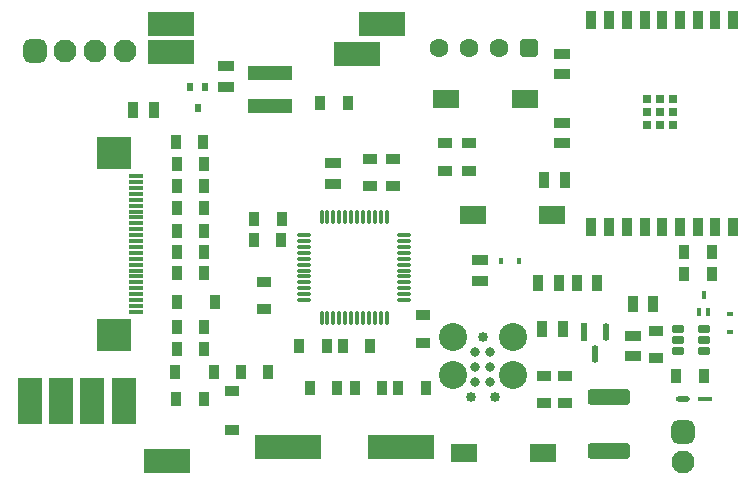
<source format=gbr>
%TF.GenerationSoftware,Altium Limited,Altium Designer,23.6.0 (18)*%
G04 Layer_Color=255*
%FSLAX43Y43*%
%MOMM*%
%TF.SameCoordinates,6C6526E1-C053-4265-BDC0-CB623CBAD704*%
%TF.FilePolarity,Positive*%
%TF.FileFunction,Pads,Bot*%
%TF.Part,Single*%
G01*
G75*
%TA.AperFunction,SMDPad,CuDef*%
%ADD10R,4.000X2.100*%
%ADD11R,2.100X4.000*%
%TA.AperFunction,ComponentPad*%
G04:AMPARAMS|DCode=15|XSize=1.95mm|YSize=1.95mm|CornerRadius=0.488mm|HoleSize=0mm|Usage=FLASHONLY|Rotation=270.000|XOffset=0mm|YOffset=0mm|HoleType=Round|Shape=RoundedRectangle|*
%AMROUNDEDRECTD15*
21,1,1.950,0.975,0,0,270.0*
21,1,0.975,1.950,0,0,270.0*
1,1,0.975,-0.488,-0.488*
1,1,0.975,-0.488,0.488*
1,1,0.975,0.488,0.488*
1,1,0.975,0.488,-0.488*
%
%ADD15ROUNDEDRECTD15*%
%ADD16C,1.950*%
%ADD17C,0.850*%
%ADD18C,2.375*%
G04:AMPARAMS|DCode=19|XSize=1.95mm|YSize=1.95mm|CornerRadius=0.488mm|HoleSize=0mm|Usage=FLASHONLY|Rotation=0.000|XOffset=0mm|YOffset=0mm|HoleType=Round|Shape=RoundedRectangle|*
%AMROUNDEDRECTD19*
21,1,1.950,0.975,0,0,0.0*
21,1,0.975,1.950,0,0,0.0*
1,1,0.975,0.488,-0.488*
1,1,0.975,-0.488,-0.488*
1,1,0.975,-0.488,0.488*
1,1,0.975,0.488,0.488*
%
%ADD19ROUNDEDRECTD19*%
%ADD20C,1.600*%
G04:AMPARAMS|DCode=21|XSize=1.6mm|YSize=1.6mm|CornerRadius=0.4mm|HoleSize=0mm|Usage=FLASHONLY|Rotation=180.000|XOffset=0mm|YOffset=0mm|HoleType=Round|Shape=RoundedRectangle|*
%AMROUNDEDRECTD21*
21,1,1.600,0.800,0,0,180.0*
21,1,0.800,1.600,0,0,180.0*
1,1,0.800,-0.400,0.400*
1,1,0.800,0.400,0.400*
1,1,0.800,0.400,-0.400*
1,1,0.800,-0.400,-0.400*
%
%ADD21ROUNDEDRECTD21*%
%TA.AperFunction,SMDPad,CuDef*%
G04:AMPARAMS|DCode=24|XSize=1.524mm|YSize=0.578mm|CornerRadius=0.289mm|HoleSize=0mm|Usage=FLASHONLY|Rotation=270.000|XOffset=0mm|YOffset=0mm|HoleType=Round|Shape=RoundedRectangle|*
%AMROUNDEDRECTD24*
21,1,1.524,0.000,0,0,270.0*
21,1,0.946,0.578,0,0,270.0*
1,1,0.578,0.000,-0.473*
1,1,0.578,0.000,0.473*
1,1,0.578,0.000,0.473*
1,1,0.578,0.000,-0.473*
%
%ADD24ROUNDEDRECTD24*%
%ADD25R,0.578X1.524*%
%ADD26R,2.300X1.500*%
%ADD27R,3.000X2.700*%
%ADD28R,1.200X0.300*%
G04:AMPARAMS|DCode=29|XSize=1.194mm|YSize=0.305mm|CornerRadius=0.076mm|HoleSize=0mm|Usage=FLASHONLY|Rotation=90.000|XOffset=0mm|YOffset=0mm|HoleType=Round|Shape=RoundedRectangle|*
%AMROUNDEDRECTD29*
21,1,1.194,0.152,0,0,90.0*
21,1,1.041,0.305,0,0,90.0*
1,1,0.152,0.076,0.521*
1,1,0.152,0.076,-0.521*
1,1,0.152,-0.076,-0.521*
1,1,0.152,-0.076,0.521*
%
%ADD29ROUNDEDRECTD29*%
G04:AMPARAMS|DCode=30|XSize=1.194mm|YSize=0.305mm|CornerRadius=0.076mm|HoleSize=0mm|Usage=FLASHONLY|Rotation=0.000|XOffset=0mm|YOffset=0mm|HoleType=Round|Shape=RoundedRectangle|*
%AMROUNDEDRECTD30*
21,1,1.194,0.152,0,0,0.0*
21,1,1.041,0.305,0,0,0.0*
1,1,0.152,0.521,-0.076*
1,1,0.152,-0.521,-0.076*
1,1,0.152,-0.521,0.076*
1,1,0.152,0.521,0.076*
%
%ADD30ROUNDEDRECTD30*%
%TA.AperFunction,ConnectorPad*%
%ADD31R,0.900X1.500*%
%TA.AperFunction,BGAPad,CuDef*%
%ADD32R,0.700X0.700*%
%TA.AperFunction,SMDPad,CuDef*%
%ADD33R,0.900X1.300*%
G04:AMPARAMS|DCode=34|XSize=0.4mm|YSize=0.65mm|CornerRadius=0.1mm|HoleSize=0mm|Usage=FLASHONLY|Rotation=0.000|XOffset=0mm|YOffset=0mm|HoleType=Round|Shape=RoundedRectangle|*
%AMROUNDEDRECTD34*
21,1,0.400,0.450,0,0,0.0*
21,1,0.200,0.650,0,0,0.0*
1,1,0.200,0.100,-0.225*
1,1,0.200,-0.100,-0.225*
1,1,0.200,-0.100,0.225*
1,1,0.200,0.100,0.225*
%
%ADD34ROUNDEDRECTD34*%
%TA.AperFunction,BGAPad,CuDef*%
%ADD35C,0.800*%
%TA.AperFunction,SMDPad,CuDef*%
%ADD36R,1.360X0.950*%
%ADD37R,5.600X2.100*%
%ADD38R,0.950X1.360*%
%ADD39R,3.700X1.200*%
G04:AMPARAMS|DCode=40|XSize=1mm|YSize=0.7mm|CornerRadius=0.14mm|HoleSize=0mm|Usage=FLASHONLY|Rotation=180.000|XOffset=0mm|YOffset=0mm|HoleType=Round|Shape=RoundedRectangle|*
%AMROUNDEDRECTD40*
21,1,1.000,0.420,0,0,180.0*
21,1,0.720,0.700,0,0,180.0*
1,1,0.280,-0.360,0.210*
1,1,0.280,0.360,0.210*
1,1,0.280,0.360,-0.210*
1,1,0.280,-0.360,-0.210*
%
%ADD40ROUNDEDRECTD40*%
%ADD41R,1.205X0.436*%
G04:AMPARAMS|DCode=42|XSize=1.205mm|YSize=0.436mm|CornerRadius=0.218mm|HoleSize=0mm|Usage=FLASHONLY|Rotation=180.000|XOffset=0mm|YOffset=0mm|HoleType=Round|Shape=RoundedRectangle|*
%AMROUNDEDRECTD42*
21,1,1.205,0.000,0,0,180.0*
21,1,0.769,0.436,0,0,180.0*
1,1,0.436,-0.385,0.000*
1,1,0.436,0.385,0.000*
1,1,0.436,0.385,0.000*
1,1,0.436,-0.385,0.000*
%
%ADD42ROUNDEDRECTD42*%
%ADD43R,1.300X0.900*%
%ADD44R,0.910X1.220*%
%ADD45R,0.559X0.648*%
G04:AMPARAMS|DCode=46|XSize=0.4mm|YSize=0.5mm|CornerRadius=0.1mm|HoleSize=0mm|Usage=FLASHONLY|Rotation=0.000|XOffset=0mm|YOffset=0mm|HoleType=Round|Shape=RoundedRectangle|*
%AMROUNDEDRECTD46*
21,1,0.400,0.300,0,0,0.0*
21,1,0.200,0.500,0,0,0.0*
1,1,0.200,0.100,-0.150*
1,1,0.200,-0.100,-0.150*
1,1,0.200,-0.100,0.150*
1,1,0.200,0.100,0.150*
%
%ADD46ROUNDEDRECTD46*%
G04:AMPARAMS|DCode=47|XSize=0.4mm|YSize=0.5mm|CornerRadius=0.1mm|HoleSize=0mm|Usage=FLASHONLY|Rotation=270.000|XOffset=0mm|YOffset=0mm|HoleType=Round|Shape=RoundedRectangle|*
%AMROUNDEDRECTD47*
21,1,0.400,0.300,0,0,270.0*
21,1,0.200,0.500,0,0,270.0*
1,1,0.200,-0.150,-0.100*
1,1,0.200,-0.150,0.100*
1,1,0.200,0.150,0.100*
1,1,0.200,0.150,-0.100*
%
%ADD47ROUNDEDRECTD47*%
%ADD48R,1.220X0.910*%
G04:AMPARAMS|DCode=49|XSize=1.295mm|YSize=3.607mm|CornerRadius=0.259mm|HoleSize=0mm|Usage=FLASHONLY|Rotation=90.000|XOffset=0mm|YOffset=0mm|HoleType=Round|Shape=RoundedRectangle|*
%AMROUNDEDRECTD49*
21,1,1.295,3.089,0,0,90.0*
21,1,0.777,3.607,0,0,90.0*
1,1,0.518,1.544,0.389*
1,1,0.518,1.544,-0.389*
1,1,0.518,-1.544,-0.389*
1,1,0.518,-1.544,0.389*
%
%ADD49ROUNDEDRECTD49*%
D10*
X13500Y39243D02*
D03*
X29250Y39102D02*
D03*
X13500Y41656D02*
D03*
X13175Y4625D02*
D03*
X31378Y41656D02*
D03*
D11*
X1600Y9700D02*
D03*
X6800D02*
D03*
X4200D02*
D03*
X9500Y9739D02*
D03*
D15*
X56850Y7090D02*
D03*
D16*
Y4550D02*
D03*
X9595Y39300D02*
D03*
X4515D02*
D03*
X7055D02*
D03*
D17*
X40894Y10033D02*
D03*
X38862D02*
D03*
X39878Y15113D02*
D03*
D18*
X37338D02*
D03*
Y11938D02*
D03*
X42418D02*
D03*
Y15113D02*
D03*
D19*
X1975Y39300D02*
D03*
D20*
X41245Y39625D02*
D03*
X38705D02*
D03*
X36165D02*
D03*
D21*
X43785D02*
D03*
D24*
X49403Y13695D02*
D03*
X50353Y15515D02*
D03*
D25*
X48453D02*
D03*
D26*
X45006Y5334D02*
D03*
X38306D02*
D03*
X36774Y35260D02*
D03*
X43474D02*
D03*
X39068Y25453D02*
D03*
X45768D02*
D03*
D27*
X8700Y15320D02*
D03*
Y30680D02*
D03*
D28*
X10560Y18750D02*
D03*
Y19250D02*
D03*
Y20750D02*
D03*
Y21250D02*
D03*
Y22750D02*
D03*
Y23250D02*
D03*
Y24750D02*
D03*
Y25250D02*
D03*
Y25750D02*
D03*
Y26250D02*
D03*
Y28750D02*
D03*
Y28250D02*
D03*
Y27750D02*
D03*
Y27250D02*
D03*
Y26750D02*
D03*
Y24250D02*
D03*
Y23750D02*
D03*
Y22250D02*
D03*
Y21750D02*
D03*
Y20250D02*
D03*
Y19750D02*
D03*
Y18250D02*
D03*
Y17750D02*
D03*
Y17250D02*
D03*
D29*
X26250Y16750D02*
D03*
X31750D02*
D03*
X31250D02*
D03*
X30750D02*
D03*
X30250D02*
D03*
X29750D02*
D03*
X29250D02*
D03*
X28750D02*
D03*
X28250D02*
D03*
X27750D02*
D03*
X27250D02*
D03*
X26750D02*
D03*
X26250Y25250D02*
D03*
X26750D02*
D03*
X27250D02*
D03*
X27750D02*
D03*
X28250D02*
D03*
X28750D02*
D03*
X29250D02*
D03*
X29750D02*
D03*
X30250D02*
D03*
X30750D02*
D03*
X31250D02*
D03*
X31750D02*
D03*
D30*
X24750Y18750D02*
D03*
X33250Y21250D02*
D03*
Y20750D02*
D03*
X24750Y18250D02*
D03*
Y19250D02*
D03*
Y19750D02*
D03*
Y20250D02*
D03*
Y20750D02*
D03*
Y21250D02*
D03*
Y21750D02*
D03*
Y22250D02*
D03*
Y22750D02*
D03*
Y23250D02*
D03*
Y23750D02*
D03*
X33250D02*
D03*
Y23250D02*
D03*
Y22750D02*
D03*
Y22250D02*
D03*
Y21750D02*
D03*
Y20250D02*
D03*
Y19750D02*
D03*
Y19250D02*
D03*
Y18750D02*
D03*
Y18250D02*
D03*
D31*
X55100Y24450D02*
D03*
X53600D02*
D03*
X61100D02*
D03*
X59600D02*
D03*
X58100D02*
D03*
X56600D02*
D03*
X52100D02*
D03*
X50600D02*
D03*
X49100D02*
D03*
Y41950D02*
D03*
X50600D02*
D03*
X52100D02*
D03*
X53600D02*
D03*
X55100D02*
D03*
X56600D02*
D03*
X58100D02*
D03*
X59600D02*
D03*
X61100D02*
D03*
D32*
X54900Y34160D02*
D03*
Y35260D02*
D03*
Y33060D02*
D03*
X56000D02*
D03*
Y34160D02*
D03*
Y35260D02*
D03*
X53800D02*
D03*
Y34160D02*
D03*
Y33060D02*
D03*
D33*
X14002Y22284D02*
D03*
X16302D02*
D03*
X20550Y23301D02*
D03*
X22850D02*
D03*
X13990Y24112D02*
D03*
X16289D02*
D03*
X20567Y25137D02*
D03*
X22867D02*
D03*
X58591Y11825D02*
D03*
X56291D02*
D03*
X31340Y10795D02*
D03*
X29040D02*
D03*
X16289Y26012D02*
D03*
X13990D02*
D03*
X56971Y22309D02*
D03*
X59271D02*
D03*
X56971Y20421D02*
D03*
X59271D02*
D03*
X13990Y15999D02*
D03*
X16289D02*
D03*
X13990Y14099D02*
D03*
X16289D02*
D03*
X28450Y34950D02*
D03*
X26150D02*
D03*
X13963Y9890D02*
D03*
X16263D02*
D03*
X24375Y14350D02*
D03*
X26675D02*
D03*
X30381D02*
D03*
X28081D02*
D03*
X25266Y10795D02*
D03*
X27566D02*
D03*
X16316Y20525D02*
D03*
X14016D02*
D03*
X13990Y27912D02*
D03*
X16289D02*
D03*
X21717Y12153D02*
D03*
X19417D02*
D03*
X32759Y10795D02*
D03*
X35059D02*
D03*
X13976Y29750D02*
D03*
X16275D02*
D03*
X13953Y31627D02*
D03*
X16253D02*
D03*
D34*
X58591Y18721D02*
D03*
X58191Y17271D02*
D03*
X58991D02*
D03*
D35*
X39243Y11303D02*
D03*
X40513Y13843D02*
D03*
X39243D02*
D03*
X40513Y12573D02*
D03*
Y11303D02*
D03*
X39243Y12573D02*
D03*
D36*
X52578Y15226D02*
D03*
Y13476D02*
D03*
X18150Y36325D02*
D03*
Y38075D02*
D03*
X46581Y33260D02*
D03*
Y31510D02*
D03*
Y37352D02*
D03*
Y39102D02*
D03*
X27250Y28073D02*
D03*
Y29823D02*
D03*
X39624Y21625D02*
D03*
Y19875D02*
D03*
D37*
X23440Y5842D02*
D03*
X32940D02*
D03*
D38*
X46849Y28448D02*
D03*
X45099D02*
D03*
X12075Y34350D02*
D03*
X10325D02*
D03*
X46341Y19667D02*
D03*
X44591D02*
D03*
X46681Y15809D02*
D03*
X44931D02*
D03*
X54339Y17890D02*
D03*
X52589D02*
D03*
X49594Y19667D02*
D03*
X47844D02*
D03*
D39*
X21844Y37468D02*
D03*
Y34668D02*
D03*
D40*
X56392Y15809D02*
D03*
Y14859D02*
D03*
Y13909D02*
D03*
X58591D02*
D03*
Y14859D02*
D03*
Y15809D02*
D03*
D41*
X58685Y9868D02*
D03*
D42*
X56885D02*
D03*
D43*
X54591Y15657D02*
D03*
Y13357D02*
D03*
X38742Y29217D02*
D03*
Y31517D02*
D03*
X36703Y29217D02*
D03*
Y31517D02*
D03*
X32258Y30233D02*
D03*
Y27933D02*
D03*
X30317Y30233D02*
D03*
Y27933D02*
D03*
X34798Y14659D02*
D03*
Y16959D02*
D03*
X21336Y17519D02*
D03*
Y19819D02*
D03*
X45071Y9525D02*
D03*
Y11825D02*
D03*
X46884Y9528D02*
D03*
Y11828D02*
D03*
D44*
X13998Y18122D02*
D03*
X17268D02*
D03*
X13859Y12153D02*
D03*
X17129D02*
D03*
D45*
X16372Y36271D02*
D03*
X15127D02*
D03*
X15750Y34479D02*
D03*
D46*
X41464Y21590D02*
D03*
X42964D02*
D03*
D47*
X60833Y17083D02*
D03*
Y15583D02*
D03*
D48*
X18669Y10525D02*
D03*
Y7255D02*
D03*
D49*
X50600Y5510D02*
D03*
Y10006D02*
D03*
%TF.MD5,4dbf013695bfe5b425fc4e54698a3421*%
M02*

</source>
